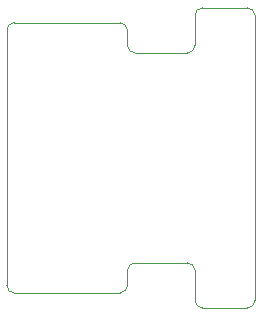
<source format=gm1>
G04 #@! TF.GenerationSoftware,KiCad,Pcbnew,(6.0.0-0)*
G04 #@! TF.CreationDate,2023-05-21T13:36:33-07:00*
G04 #@! TF.ProjectId,ItsyBitsy breadboard,49747379-4269-4747-9379-206272656164,0.0.0*
G04 #@! TF.SameCoordinates,Original*
G04 #@! TF.FileFunction,Profile,NP*
%FSLAX46Y46*%
G04 Gerber Fmt 4.6, Leading zero omitted, Abs format (unit mm)*
G04 Created by KiCad (PCBNEW (6.0.0-0)) date 2023-05-21 13:36:33*
%MOMM*%
%LPD*%
G01*
G04 APERTURE LIST*
G04 #@! TA.AperFunction,Profile*
%ADD10C,0.100000*%
G04 #@! TD*
G04 APERTURE END LIST*
D10*
X109800000Y-96500000D02*
X118745000Y-96509999D01*
X109800000Y-96500000D02*
G75*
G03*
X109165000Y-97135000I-1J-634999D01*
G01*
X109165000Y-118765000D02*
G75*
G03*
X109800000Y-119400000I634999J-1D01*
G01*
X109165000Y-118765000D02*
X109165000Y-97135000D01*
X109800000Y-119400000D02*
X118745000Y-119380000D01*
X130175001Y-95885001D02*
G75*
G03*
X129540001Y-95250001I-634999J1D01*
G01*
X130175001Y-95885001D02*
X130175001Y-120015001D01*
X129540001Y-120650001D02*
G75*
G03*
X130175001Y-120015001I1J634999D01*
G01*
X120015000Y-116840000D02*
G75*
G03*
X119380000Y-117475000I-1J-634999D01*
G01*
X125095000Y-98425000D02*
X125095001Y-95885000D01*
X125730001Y-95250000D02*
G75*
G03*
X125095001Y-95885000I-1J-634999D01*
G01*
X119380000Y-97144999D02*
G75*
G03*
X118745000Y-96509999I-634999J1D01*
G01*
X125729999Y-120650000D02*
X129540001Y-120650001D01*
X125095000Y-117475000D02*
G75*
G03*
X124460000Y-116840000I-634999J1D01*
G01*
X125094999Y-120015000D02*
G75*
G03*
X125729999Y-120650000I634999J-1D01*
G01*
X125094999Y-120015000D02*
X125095000Y-117475000D01*
X118745000Y-119380000D02*
G75*
G03*
X119380000Y-118745000I1J634999D01*
G01*
X124460000Y-99060000D02*
G75*
G03*
X125095000Y-98425000I1J634999D01*
G01*
X125730001Y-95250000D02*
X129540001Y-95250001D01*
X119380000Y-98425000D02*
G75*
G03*
X120015000Y-99060000I634999J-1D01*
G01*
X120015000Y-116840000D02*
X124460000Y-116840000D01*
X119380000Y-118745000D02*
X119380000Y-117475000D01*
X119380000Y-98425000D02*
X119380000Y-97144999D01*
X120015000Y-99060000D02*
X124460000Y-99060000D01*
M02*

</source>
